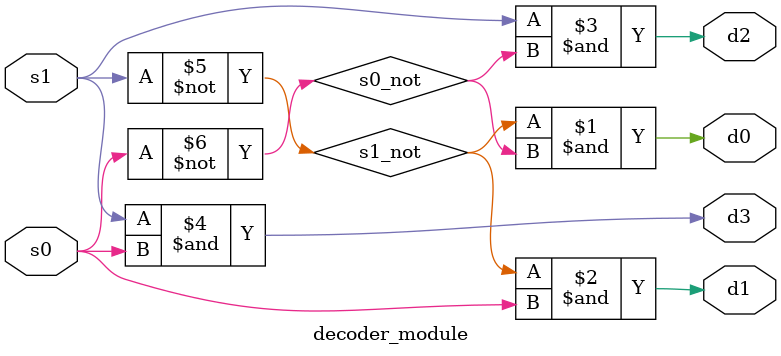
<source format=v>
module decoder_module(s1, s0, d0, d1, d2, d3);

    input s1, s0;
    output d0, d1, d2, d3;
    
    wire s1_not, s0_not;
    not(s1_not, s1);
    not(s0_not, s0);

    and(d0, s1_not, s0_not);
    and(d1, s1_not, s0);
    and(d2, s1, s0_not);
    and(d3, s1, s0);

endmodule
</source>
